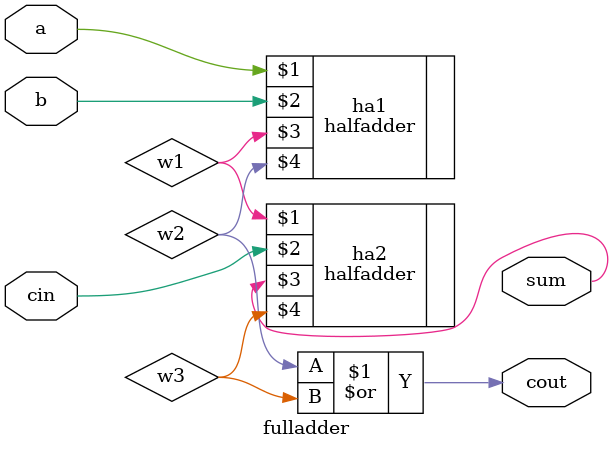
<source format=v>
`timescale 1ns / 1ps
module fulladder(a,b,cin,sum,cout);
input a,b,cin;
output sum,cout;
wire w1,w2,w3;
halfadder ha1(a,b,w1,w2);
halfadder ha2(w1,cin,sum,w3);
or or1(cout,w2,w3);
endmodule

</source>
